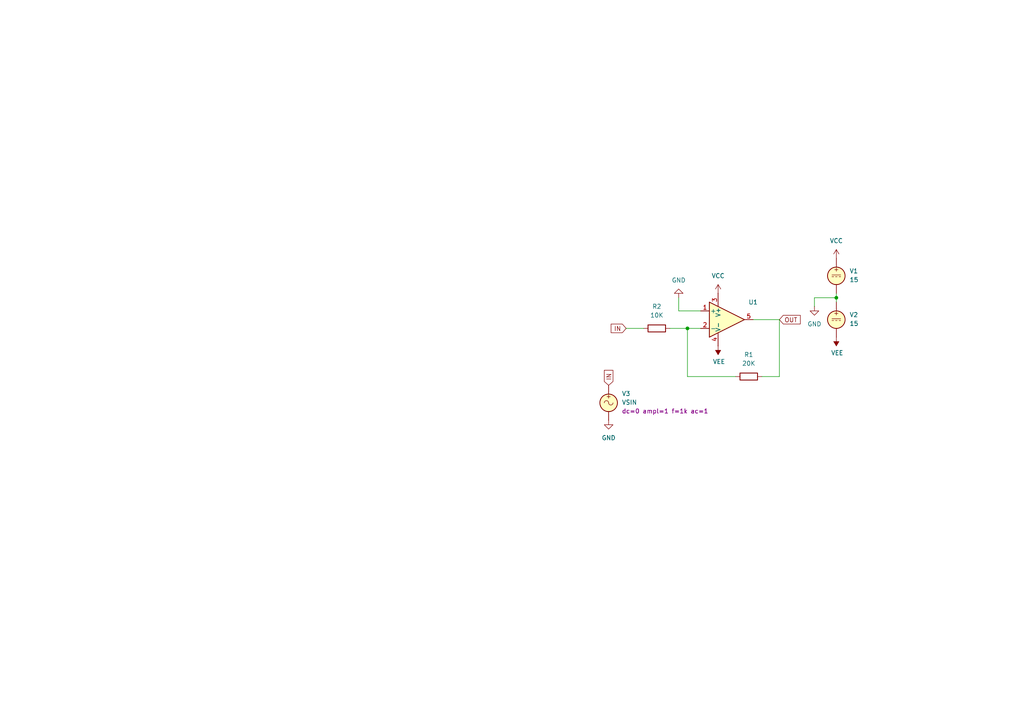
<source format=kicad_sch>
(kicad_sch
	(version 20231120)
	(generator "eeschema")
	(generator_version "8.0")
	(uuid "bff1eba9-31dd-4e80-8902-8fac7db162ef")
	(paper "A4")
	(lib_symbols
		(symbol "Device:R"
			(pin_numbers hide)
			(pin_names
				(offset 0)
			)
			(exclude_from_sim no)
			(in_bom yes)
			(on_board yes)
			(property "Reference" "R"
				(at 2.032 0 90)
				(effects
					(font
						(size 1.27 1.27)
					)
				)
			)
			(property "Value" "R"
				(at 0 0 90)
				(effects
					(font
						(size 1.27 1.27)
					)
				)
			)
			(property "Footprint" ""
				(at -1.778 0 90)
				(effects
					(font
						(size 1.27 1.27)
					)
					(hide yes)
				)
			)
			(property "Datasheet" "~"
				(at 0 0 0)
				(effects
					(font
						(size 1.27 1.27)
					)
					(hide yes)
				)
			)
			(property "Description" "Resistor"
				(at 0 0 0)
				(effects
					(font
						(size 1.27 1.27)
					)
					(hide yes)
				)
			)
			(property "ki_keywords" "R res resistor"
				(at 0 0 0)
				(effects
					(font
						(size 1.27 1.27)
					)
					(hide yes)
				)
			)
			(property "ki_fp_filters" "R_*"
				(at 0 0 0)
				(effects
					(font
						(size 1.27 1.27)
					)
					(hide yes)
				)
			)
			(symbol "R_0_1"
				(rectangle
					(start -1.016 -2.54)
					(end 1.016 2.54)
					(stroke
						(width 0.254)
						(type default)
					)
					(fill
						(type none)
					)
				)
			)
			(symbol "R_1_1"
				(pin passive line
					(at 0 3.81 270)
					(length 1.27)
					(name "~"
						(effects
							(font
								(size 1.27 1.27)
							)
						)
					)
					(number "1"
						(effects
							(font
								(size 1.27 1.27)
							)
						)
					)
				)
				(pin passive line
					(at 0 -3.81 90)
					(length 1.27)
					(name "~"
						(effects
							(font
								(size 1.27 1.27)
							)
						)
					)
					(number "2"
						(effects
							(font
								(size 1.27 1.27)
							)
						)
					)
				)
			)
		)
		(symbol "Simulation_SPICE:OPAMP"
			(pin_names
				(offset 0.254)
			)
			(exclude_from_sim no)
			(in_bom yes)
			(on_board yes)
			(property "Reference" "U"
				(at 3.81 3.175 0)
				(effects
					(font
						(size 1.27 1.27)
					)
					(justify left)
				)
			)
			(property "Value" "${SIM.PARAMS}"
				(at 3.81 -3.175 0)
				(effects
					(font
						(size 1.27 1.27)
					)
					(justify left)
				)
			)
			(property "Footprint" ""
				(at 0 0 0)
				(effects
					(font
						(size 1.27 1.27)
					)
					(hide yes)
				)
			)
			(property "Datasheet" "https://ngspice.sourceforge.io/docs/ngspice-html-manual/manual.xhtml#sec__SUBCKT_Subcircuits"
				(at 0 0 0)
				(effects
					(font
						(size 1.27 1.27)
					)
					(hide yes)
				)
			)
			(property "Description" "Operational amplifier, single, node sequence=1:+ 2:- 3:OUT 4:V+ 5:V-"
				(at 0 0 0)
				(effects
					(font
						(size 1.27 1.27)
					)
					(hide yes)
				)
			)
			(property "Sim.Pins" "1=in+ 2=in- 3=vcc 4=vee 5=out"
				(at 0 0 0)
				(effects
					(font
						(size 1.27 1.27)
					)
					(hide yes)
				)
			)
			(property "Sim.Device" "SUBCKT"
				(at 0 0 0)
				(effects
					(font
						(size 1.27 1.27)
					)
					(justify left)
					(hide yes)
				)
			)
			(property "Sim.Library" "${KICAD8_SYMBOL_DIR}/Simulation_SPICE.sp"
				(at 0 0 0)
				(effects
					(font
						(size 1.27 1.27)
					)
					(hide yes)
				)
			)
			(property "Sim.Name" "kicad_builtin_opamp"
				(at 0 0 0)
				(effects
					(font
						(size 1.27 1.27)
					)
					(hide yes)
				)
			)
			(property "ki_keywords" "simulation"
				(at 0 0 0)
				(effects
					(font
						(size 1.27 1.27)
					)
					(hide yes)
				)
			)
			(symbol "OPAMP_0_1"
				(polyline
					(pts
						(xy 5.08 0) (xy -5.08 5.08) (xy -5.08 -5.08) (xy 5.08 0)
					)
					(stroke
						(width 0.254)
						(type default)
					)
					(fill
						(type background)
					)
				)
			)
			(symbol "OPAMP_1_1"
				(pin input line
					(at -7.62 2.54 0)
					(length 2.54)
					(name "+"
						(effects
							(font
								(size 1.27 1.27)
							)
						)
					)
					(number "1"
						(effects
							(font
								(size 1.27 1.27)
							)
						)
					)
				)
				(pin input line
					(at -7.62 -2.54 0)
					(length 2.54)
					(name "-"
						(effects
							(font
								(size 1.27 1.27)
							)
						)
					)
					(number "2"
						(effects
							(font
								(size 1.27 1.27)
							)
						)
					)
				)
				(pin power_in line
					(at -2.54 7.62 270)
					(length 3.81)
					(name "V+"
						(effects
							(font
								(size 1.27 1.27)
							)
						)
					)
					(number "3"
						(effects
							(font
								(size 1.27 1.27)
							)
						)
					)
				)
				(pin power_in line
					(at -2.54 -7.62 90)
					(length 3.81)
					(name "V-"
						(effects
							(font
								(size 1.27 1.27)
							)
						)
					)
					(number "4"
						(effects
							(font
								(size 1.27 1.27)
							)
						)
					)
				)
				(pin output line
					(at 7.62 0 180)
					(length 2.54)
					(name "~"
						(effects
							(font
								(size 1.27 1.27)
							)
						)
					)
					(number "5"
						(effects
							(font
								(size 1.27 1.27)
							)
						)
					)
				)
			)
		)
		(symbol "Simulation_SPICE:VDC"
			(pin_numbers hide)
			(pin_names
				(offset 0.0254)
			)
			(exclude_from_sim no)
			(in_bom yes)
			(on_board yes)
			(property "Reference" "V"
				(at 2.54 2.54 0)
				(effects
					(font
						(size 1.27 1.27)
					)
					(justify left)
				)
			)
			(property "Value" "1"
				(at 2.54 0 0)
				(effects
					(font
						(size 1.27 1.27)
					)
					(justify left)
				)
			)
			(property "Footprint" ""
				(at 0 0 0)
				(effects
					(font
						(size 1.27 1.27)
					)
					(hide yes)
				)
			)
			(property "Datasheet" "https://ngspice.sourceforge.io/docs/ngspice-html-manual/manual.xhtml#sec_Independent_Sources_for"
				(at 0 0 0)
				(effects
					(font
						(size 1.27 1.27)
					)
					(hide yes)
				)
			)
			(property "Description" "Voltage source, DC"
				(at 0 0 0)
				(effects
					(font
						(size 1.27 1.27)
					)
					(hide yes)
				)
			)
			(property "Sim.Pins" "1=+ 2=-"
				(at 0 0 0)
				(effects
					(font
						(size 1.27 1.27)
					)
					(hide yes)
				)
			)
			(property "Sim.Type" "DC"
				(at 0 0 0)
				(effects
					(font
						(size 1.27 1.27)
					)
					(hide yes)
				)
			)
			(property "Sim.Device" "V"
				(at 0 0 0)
				(effects
					(font
						(size 1.27 1.27)
					)
					(justify left)
					(hide yes)
				)
			)
			(property "ki_keywords" "simulation"
				(at 0 0 0)
				(effects
					(font
						(size 1.27 1.27)
					)
					(hide yes)
				)
			)
			(symbol "VDC_0_0"
				(polyline
					(pts
						(xy -1.27 0.254) (xy 1.27 0.254)
					)
					(stroke
						(width 0)
						(type default)
					)
					(fill
						(type none)
					)
				)
				(polyline
					(pts
						(xy -0.762 -0.254) (xy -1.27 -0.254)
					)
					(stroke
						(width 0)
						(type default)
					)
					(fill
						(type none)
					)
				)
				(polyline
					(pts
						(xy 0.254 -0.254) (xy -0.254 -0.254)
					)
					(stroke
						(width 0)
						(type default)
					)
					(fill
						(type none)
					)
				)
				(polyline
					(pts
						(xy 1.27 -0.254) (xy 0.762 -0.254)
					)
					(stroke
						(width 0)
						(type default)
					)
					(fill
						(type none)
					)
				)
				(text "+"
					(at 0 1.905 0)
					(effects
						(font
							(size 1.27 1.27)
						)
					)
				)
			)
			(symbol "VDC_0_1"
				(circle
					(center 0 0)
					(radius 2.54)
					(stroke
						(width 0.254)
						(type default)
					)
					(fill
						(type background)
					)
				)
			)
			(symbol "VDC_1_1"
				(pin passive line
					(at 0 5.08 270)
					(length 2.54)
					(name "~"
						(effects
							(font
								(size 1.27 1.27)
							)
						)
					)
					(number "1"
						(effects
							(font
								(size 1.27 1.27)
							)
						)
					)
				)
				(pin passive line
					(at 0 -5.08 90)
					(length 2.54)
					(name "~"
						(effects
							(font
								(size 1.27 1.27)
							)
						)
					)
					(number "2"
						(effects
							(font
								(size 1.27 1.27)
							)
						)
					)
				)
			)
		)
		(symbol "Simulation_SPICE:VSIN"
			(pin_numbers hide)
			(pin_names
				(offset 0.0254)
			)
			(exclude_from_sim no)
			(in_bom yes)
			(on_board yes)
			(property "Reference" "V"
				(at 2.54 2.54 0)
				(effects
					(font
						(size 1.27 1.27)
					)
					(justify left)
				)
			)
			(property "Value" "VSIN"
				(at 2.54 0 0)
				(effects
					(font
						(size 1.27 1.27)
					)
					(justify left)
				)
			)
			(property "Footprint" ""
				(at 0 0 0)
				(effects
					(font
						(size 1.27 1.27)
					)
					(hide yes)
				)
			)
			(property "Datasheet" "https://ngspice.sourceforge.io/docs/ngspice-html-manual/manual.xhtml#sec_Independent_Sources_for"
				(at 0 0 0)
				(effects
					(font
						(size 1.27 1.27)
					)
					(hide yes)
				)
			)
			(property "Description" "Voltage source, sinusoidal"
				(at 0 0 0)
				(effects
					(font
						(size 1.27 1.27)
					)
					(hide yes)
				)
			)
			(property "Sim.Pins" "1=+ 2=-"
				(at 0 0 0)
				(effects
					(font
						(size 1.27 1.27)
					)
					(hide yes)
				)
			)
			(property "Sim.Params" "dc=0 ampl=1 f=1k ac=1"
				(at 2.54 -2.54 0)
				(effects
					(font
						(size 1.27 1.27)
					)
					(justify left)
				)
			)
			(property "Sim.Type" "SIN"
				(at 0 0 0)
				(effects
					(font
						(size 1.27 1.27)
					)
					(hide yes)
				)
			)
			(property "Sim.Device" "V"
				(at 0 0 0)
				(effects
					(font
						(size 1.27 1.27)
					)
					(justify left)
					(hide yes)
				)
			)
			(property "ki_keywords" "simulation ac vac"
				(at 0 0 0)
				(effects
					(font
						(size 1.27 1.27)
					)
					(hide yes)
				)
			)
			(symbol "VSIN_0_0"
				(arc
					(start 0 0)
					(mid -0.635 0.6323)
					(end -1.27 0)
					(stroke
						(width 0)
						(type default)
					)
					(fill
						(type none)
					)
				)
				(arc
					(start 0 0)
					(mid 0.635 -0.6323)
					(end 1.27 0)
					(stroke
						(width 0)
						(type default)
					)
					(fill
						(type none)
					)
				)
				(text "+"
					(at 0 1.905 0)
					(effects
						(font
							(size 1.27 1.27)
						)
					)
				)
			)
			(symbol "VSIN_0_1"
				(circle
					(center 0 0)
					(radius 2.54)
					(stroke
						(width 0.254)
						(type default)
					)
					(fill
						(type background)
					)
				)
			)
			(symbol "VSIN_1_1"
				(pin passive line
					(at 0 5.08 270)
					(length 2.54)
					(name "~"
						(effects
							(font
								(size 1.27 1.27)
							)
						)
					)
					(number "1"
						(effects
							(font
								(size 1.27 1.27)
							)
						)
					)
				)
				(pin passive line
					(at 0 -5.08 90)
					(length 2.54)
					(name "~"
						(effects
							(font
								(size 1.27 1.27)
							)
						)
					)
					(number "2"
						(effects
							(font
								(size 1.27 1.27)
							)
						)
					)
				)
			)
		)
		(symbol "power:GND"
			(power)
			(pin_numbers hide)
			(pin_names
				(offset 0) hide)
			(exclude_from_sim no)
			(in_bom yes)
			(on_board yes)
			(property "Reference" "#PWR"
				(at 0 -6.35 0)
				(effects
					(font
						(size 1.27 1.27)
					)
					(hide yes)
				)
			)
			(property "Value" "GND"
				(at 0 -3.81 0)
				(effects
					(font
						(size 1.27 1.27)
					)
				)
			)
			(property "Footprint" ""
				(at 0 0 0)
				(effects
					(font
						(size 1.27 1.27)
					)
					(hide yes)
				)
			)
			(property "Datasheet" ""
				(at 0 0 0)
				(effects
					(font
						(size 1.27 1.27)
					)
					(hide yes)
				)
			)
			(property "Description" "Power symbol creates a global label with name \"GND\" , ground"
				(at 0 0 0)
				(effects
					(font
						(size 1.27 1.27)
					)
					(hide yes)
				)
			)
			(property "ki_keywords" "global power"
				(at 0 0 0)
				(effects
					(font
						(size 1.27 1.27)
					)
					(hide yes)
				)
			)
			(symbol "GND_0_1"
				(polyline
					(pts
						(xy 0 0) (xy 0 -1.27) (xy 1.27 -1.27) (xy 0 -2.54) (xy -1.27 -1.27) (xy 0 -1.27)
					)
					(stroke
						(width 0)
						(type default)
					)
					(fill
						(type none)
					)
				)
			)
			(symbol "GND_1_1"
				(pin power_in line
					(at 0 0 270)
					(length 0)
					(name "~"
						(effects
							(font
								(size 1.27 1.27)
							)
						)
					)
					(number "1"
						(effects
							(font
								(size 1.27 1.27)
							)
						)
					)
				)
			)
		)
		(symbol "power:VCC"
			(power)
			(pin_numbers hide)
			(pin_names
				(offset 0) hide)
			(exclude_from_sim no)
			(in_bom yes)
			(on_board yes)
			(property "Reference" "#PWR"
				(at 0 -3.81 0)
				(effects
					(font
						(size 1.27 1.27)
					)
					(hide yes)
				)
			)
			(property "Value" "VCC"
				(at 0 3.556 0)
				(effects
					(font
						(size 1.27 1.27)
					)
				)
			)
			(property "Footprint" ""
				(at 0 0 0)
				(effects
					(font
						(size 1.27 1.27)
					)
					(hide yes)
				)
			)
			(property "Datasheet" ""
				(at 0 0 0)
				(effects
					(font
						(size 1.27 1.27)
					)
					(hide yes)
				)
			)
			(property "Description" "Power symbol creates a global label with name \"VCC\""
				(at 0 0 0)
				(effects
					(font
						(size 1.27 1.27)
					)
					(hide yes)
				)
			)
			(property "ki_keywords" "global power"
				(at 0 0 0)
				(effects
					(font
						(size 1.27 1.27)
					)
					(hide yes)
				)
			)
			(symbol "VCC_0_1"
				(polyline
					(pts
						(xy -0.762 1.27) (xy 0 2.54)
					)
					(stroke
						(width 0)
						(type default)
					)
					(fill
						(type none)
					)
				)
				(polyline
					(pts
						(xy 0 0) (xy 0 2.54)
					)
					(stroke
						(width 0)
						(type default)
					)
					(fill
						(type none)
					)
				)
				(polyline
					(pts
						(xy 0 2.54) (xy 0.762 1.27)
					)
					(stroke
						(width 0)
						(type default)
					)
					(fill
						(type none)
					)
				)
			)
			(symbol "VCC_1_1"
				(pin power_in line
					(at 0 0 90)
					(length 0)
					(name "~"
						(effects
							(font
								(size 1.27 1.27)
							)
						)
					)
					(number "1"
						(effects
							(font
								(size 1.27 1.27)
							)
						)
					)
				)
			)
		)
		(symbol "power:VEE"
			(power)
			(pin_numbers hide)
			(pin_names
				(offset 0) hide)
			(exclude_from_sim no)
			(in_bom yes)
			(on_board yes)
			(property "Reference" "#PWR"
				(at 0 -3.81 0)
				(effects
					(font
						(size 1.27 1.27)
					)
					(hide yes)
				)
			)
			(property "Value" "VEE"
				(at 0 3.556 0)
				(effects
					(font
						(size 1.27 1.27)
					)
				)
			)
			(property "Footprint" ""
				(at 0 0 0)
				(effects
					(font
						(size 1.27 1.27)
					)
					(hide yes)
				)
			)
			(property "Datasheet" ""
				(at 0 0 0)
				(effects
					(font
						(size 1.27 1.27)
					)
					(hide yes)
				)
			)
			(property "Description" "Power symbol creates a global label with name \"VEE\""
				(at 0 0 0)
				(effects
					(font
						(size 1.27 1.27)
					)
					(hide yes)
				)
			)
			(property "ki_keywords" "global power"
				(at 0 0 0)
				(effects
					(font
						(size 1.27 1.27)
					)
					(hide yes)
				)
			)
			(symbol "VEE_0_1"
				(polyline
					(pts
						(xy 0 0) (xy 0 2.54)
					)
					(stroke
						(width 0)
						(type default)
					)
					(fill
						(type none)
					)
				)
				(polyline
					(pts
						(xy 0.762 1.27) (xy -0.762 1.27) (xy 0 2.54) (xy 0.762 1.27)
					)
					(stroke
						(width 0)
						(type default)
					)
					(fill
						(type outline)
					)
				)
			)
			(symbol "VEE_1_1"
				(pin power_in line
					(at 0 0 90)
					(length 0)
					(name "~"
						(effects
							(font
								(size 1.27 1.27)
							)
						)
					)
					(number "1"
						(effects
							(font
								(size 1.27 1.27)
							)
						)
					)
				)
			)
		)
	)
	(junction
		(at 199.39 95.25)
		(diameter 0)
		(color 0 0 0 0)
		(uuid "16641138-3bc9-45c2-adaf-888ed99581c2")
	)
	(junction
		(at 242.57 86.36)
		(diameter 0)
		(color 0 0 0 0)
		(uuid "defeef40-b524-45a1-9daf-87191d17cc0e")
	)
	(wire
		(pts
			(xy 242.57 85.09) (xy 242.57 86.36)
		)
		(stroke
			(width 0)
			(type default)
		)
		(uuid "0b5f616e-d90c-4ba1-a1f7-a779e15387b8")
	)
	(wire
		(pts
			(xy 226.06 109.22) (xy 226.06 92.71)
		)
		(stroke
			(width 0)
			(type default)
		)
		(uuid "16e0e5db-2a39-463c-b20d-47580391ec8b")
	)
	(wire
		(pts
			(xy 203.2 90.17) (xy 196.85 90.17)
		)
		(stroke
			(width 0)
			(type default)
		)
		(uuid "3970e543-6bb2-43f1-937e-0a6bcb6ea002")
	)
	(wire
		(pts
			(xy 220.98 109.22) (xy 226.06 109.22)
		)
		(stroke
			(width 0)
			(type default)
		)
		(uuid "436316f0-1ece-4556-a9f9-e974318195cd")
	)
	(wire
		(pts
			(xy 226.06 92.71) (xy 218.44 92.71)
		)
		(stroke
			(width 0)
			(type default)
		)
		(uuid "53c1bac6-08cc-44e0-8852-b42bbafaee8b")
	)
	(wire
		(pts
			(xy 236.22 86.36) (xy 242.57 86.36)
		)
		(stroke
			(width 0)
			(type default)
		)
		(uuid "5dc7c494-99ab-4281-8763-a62477880d83")
	)
	(wire
		(pts
			(xy 199.39 95.25) (xy 203.2 95.25)
		)
		(stroke
			(width 0)
			(type default)
		)
		(uuid "8977c737-c97a-4be8-aef1-c67c9a2148e3")
	)
	(wire
		(pts
			(xy 199.39 109.22) (xy 213.36 109.22)
		)
		(stroke
			(width 0)
			(type default)
		)
		(uuid "8ba121c3-face-4acf-8643-678b2b08cf05")
	)
	(wire
		(pts
			(xy 242.57 86.36) (xy 242.57 87.63)
		)
		(stroke
			(width 0)
			(type default)
		)
		(uuid "9914610d-6613-4d5a-8a4e-fcff4d3d2e65")
	)
	(wire
		(pts
			(xy 181.61 95.25) (xy 186.69 95.25)
		)
		(stroke
			(width 0)
			(type default)
		)
		(uuid "a0b9d5e7-1577-4cb4-982f-c7d1dd9fa91a")
	)
	(wire
		(pts
			(xy 194.31 95.25) (xy 199.39 95.25)
		)
		(stroke
			(width 0)
			(type default)
		)
		(uuid "cdcc4e12-a3de-46b9-8959-8c2080592c0c")
	)
	(wire
		(pts
			(xy 199.39 95.25) (xy 199.39 109.22)
		)
		(stroke
			(width 0)
			(type default)
		)
		(uuid "d380a8d9-1084-4aed-9ec0-03df888bcec2")
	)
	(wire
		(pts
			(xy 236.22 88.9) (xy 236.22 86.36)
		)
		(stroke
			(width 0)
			(type default)
		)
		(uuid "e8e32152-a3a7-4b9f-9a39-a5376790222f")
	)
	(wire
		(pts
			(xy 196.85 90.17) (xy 196.85 86.36)
		)
		(stroke
			(width 0)
			(type default)
		)
		(uuid "fd2bba51-4fd5-41ea-89ea-e4612bc9b66d")
	)
	(global_label "OUT"
		(shape input)
		(at 226.06 92.71 0)
		(fields_autoplaced yes)
		(effects
			(font
				(size 1.27 1.27)
			)
			(justify left)
		)
		(uuid "a5b8d1c8-d64f-4170-9816-29a1fe896ca6")
		(property "Intersheetrefs" "${INTERSHEET_REFS}"
			(at 232.6738 92.71 0)
			(effects
				(font
					(size 1.27 1.27)
				)
				(justify left)
				(hide yes)
			)
		)
	)
	(global_label "IN"
		(shape input)
		(at 181.61 95.25 180)
		(fields_autoplaced yes)
		(effects
			(font
				(size 1.27 1.27)
			)
			(justify right)
		)
		(uuid "ff73d5a2-45e4-4b50-9da0-01585e26dc2f")
		(property "Intersheetrefs" "${INTERSHEET_REFS}"
			(at 176.6895 95.25 0)
			(effects
				(font
					(size 1.27 1.27)
				)
				(justify right)
				(hide yes)
			)
		)
	)
	(global_label "IN"
		(shape input)
		(at 176.53 111.76 90)
		(fields_autoplaced yes)
		(effects
			(font
				(size 1.27 1.27)
			)
			(justify left)
		)
		(uuid "ff7e8680-50f1-481c-b4a8-907a50d724de")
		(property "Intersheetrefs" "${INTERSHEET_REFS}"
			(at 176.53 106.8395 90)
			(effects
				(font
					(size 1.27 1.27)
				)
				(justify left)
				(hide yes)
			)
		)
	)
	(symbol
		(lib_id "Device:R")
		(at 217.17 109.22 90)
		(unit 1)
		(exclude_from_sim no)
		(in_bom yes)
		(on_board yes)
		(dnp no)
		(fields_autoplaced yes)
		(uuid "2bea85db-a72d-4dc2-b982-c9ead93fefda")
		(property "Reference" "R1"
			(at 217.17 102.87 90)
			(effects
				(font
					(size 1.27 1.27)
				)
			)
		)
		(property "Value" "20K"
			(at 217.17 105.41 90)
			(effects
				(font
					(size 1.27 1.27)
				)
			)
		)
		(property "Footprint" ""
			(at 217.17 110.998 90)
			(effects
				(font
					(size 1.27 1.27)
				)
				(hide yes)
			)
		)
		(property "Datasheet" "~"
			(at 217.17 109.22 0)
			(effects
				(font
					(size 1.27 1.27)
				)
				(hide yes)
			)
		)
		(property "Description" "Resistor"
			(at 217.17 109.22 0)
			(effects
				(font
					(size 1.27 1.27)
				)
				(hide yes)
			)
		)
		(pin "2"
			(uuid "2b7df3df-ac86-4220-a975-1ca3541ab2b3")
		)
		(pin "1"
			(uuid "b7880a39-75ba-419e-9296-7d5b2fefd386")
		)
		(instances
			(project ""
				(path "/bff1eba9-31dd-4e80-8902-8fac7db162ef"
					(reference "R1")
					(unit 1)
				)
			)
		)
	)
	(symbol
		(lib_id "power:GND")
		(at 176.53 121.92 0)
		(unit 1)
		(exclude_from_sim no)
		(in_bom yes)
		(on_board yes)
		(dnp no)
		(fields_autoplaced yes)
		(uuid "2d6795e9-1d5e-445a-b86a-86c99e8ba3d2")
		(property "Reference" "#PWR07"
			(at 176.53 128.27 0)
			(effects
				(font
					(size 1.27 1.27)
				)
				(hide yes)
			)
		)
		(property "Value" "GND"
			(at 176.53 127 0)
			(effects
				(font
					(size 1.27 1.27)
				)
			)
		)
		(property "Footprint" ""
			(at 176.53 121.92 0)
			(effects
				(font
					(size 1.27 1.27)
				)
				(hide yes)
			)
		)
		(property "Datasheet" ""
			(at 176.53 121.92 0)
			(effects
				(font
					(size 1.27 1.27)
				)
				(hide yes)
			)
		)
		(property "Description" "Power symbol creates a global label with name \"GND\" , ground"
			(at 176.53 121.92 0)
			(effects
				(font
					(size 1.27 1.27)
				)
				(hide yes)
			)
		)
		(pin "1"
			(uuid "211ef604-9a76-40c4-a7e5-69b02b6040e1")
		)
		(instances
			(project "M4"
				(path "/bff1eba9-31dd-4e80-8902-8fac7db162ef"
					(reference "#PWR07")
					(unit 1)
				)
			)
		)
	)
	(symbol
		(lib_id "Device:R")
		(at 190.5 95.25 90)
		(unit 1)
		(exclude_from_sim no)
		(in_bom yes)
		(on_board yes)
		(dnp no)
		(fields_autoplaced yes)
		(uuid "2f0d0854-4dd0-45bb-a3d2-deb17b8ad408")
		(property "Reference" "R2"
			(at 190.5 88.9 90)
			(effects
				(font
					(size 1.27 1.27)
				)
			)
		)
		(property "Value" "10K"
			(at 190.5 91.44 90)
			(effects
				(font
					(size 1.27 1.27)
				)
			)
		)
		(property "Footprint" ""
			(at 190.5 97.028 90)
			(effects
				(font
					(size 1.27 1.27)
				)
				(hide yes)
			)
		)
		(property "Datasheet" "~"
			(at 190.5 95.25 0)
			(effects
				(font
					(size 1.27 1.27)
				)
				(hide yes)
			)
		)
		(property "Description" "Resistor"
			(at 190.5 95.25 0)
			(effects
				(font
					(size 1.27 1.27)
				)
				(hide yes)
			)
		)
		(pin "2"
			(uuid "5ba11c18-f9f3-4211-851a-eb99f59447e2")
		)
		(pin "1"
			(uuid "a622ee3b-a706-46dc-a0b6-326be19ddd08")
		)
		(instances
			(project ""
				(path "/bff1eba9-31dd-4e80-8902-8fac7db162ef"
					(reference "R2")
					(unit 1)
				)
			)
		)
	)
	(symbol
		(lib_id "Simulation_SPICE:OPAMP")
		(at 210.82 92.71 0)
		(unit 1)
		(exclude_from_sim no)
		(in_bom yes)
		(on_board yes)
		(dnp no)
		(fields_autoplaced yes)
		(uuid "460cb6d3-6b82-4d6d-954c-fa2939d78489")
		(property "Reference" "U1"
			(at 218.44 87.6614 0)
			(effects
				(font
					(size 1.27 1.27)
				)
			)
		)
		(property "Value" "${SIM.PARAMS}"
			(at 218.44 89.5665 0)
			(effects
				(font
					(size 1.27 1.27)
				)
			)
		)
		(property "Footprint" ""
			(at 210.82 92.71 0)
			(effects
				(font
					(size 1.27 1.27)
				)
				(hide yes)
			)
		)
		(property "Datasheet" "https://ngspice.sourceforge.io/docs/ngspice-html-manual/manual.xhtml#sec__SUBCKT_Subcircuits"
			(at 210.82 92.71 0)
			(effects
				(font
					(size 1.27 1.27)
				)
				(hide yes)
			)
		)
		(property "Description" "Operational amplifier, single, node sequence=1:+ 2:- 3:OUT 4:V+ 5:V-"
			(at 210.82 92.71 0)
			(effects
				(font
					(size 1.27 1.27)
				)
				(hide yes)
			)
		)
		(property "Sim.Pins" "1=in+ 2=in- 3=vcc 4=vee 5=out"
			(at 210.82 92.71 0)
			(effects
				(font
					(size 1.27 1.27)
				)
				(hide yes)
			)
		)
		(property "Sim.Device" "SUBCKT"
			(at 210.82 92.71 0)
			(effects
				(font
					(size 1.27 1.27)
				)
				(justify left)
				(hide yes)
			)
		)
		(property "Sim.Library" "${KICAD8_SYMBOL_DIR}/Simulation_SPICE.sp"
			(at 210.82 92.71 0)
			(effects
				(font
					(size 1.27 1.27)
				)
				(hide yes)
			)
		)
		(property "Sim.Name" "kicad_builtin_opamp"
			(at 210.82 92.71 0)
			(effects
				(font
					(size 1.27 1.27)
				)
				(hide yes)
			)
		)
		(pin "4"
			(uuid "643259f2-beaa-47e4-adc7-43369ac08c3a")
		)
		(pin "5"
			(uuid "960386f3-8906-4f5e-af37-d516a98461d7")
		)
		(pin "2"
			(uuid "fcbada3d-1223-4f6d-9d00-547b880ca555")
		)
		(pin "1"
			(uuid "1f339181-799f-40c1-bd99-1d4b65afdc7b")
		)
		(pin "3"
			(uuid "58a3740d-2231-4a04-ae95-b12012e7119b")
		)
		(instances
			(project ""
				(path "/bff1eba9-31dd-4e80-8902-8fac7db162ef"
					(reference "U1")
					(unit 1)
				)
			)
		)
	)
	(symbol
		(lib_id "Simulation_SPICE:VSIN")
		(at 176.53 116.84 0)
		(unit 1)
		(exclude_from_sim no)
		(in_bom yes)
		(on_board yes)
		(dnp no)
		(fields_autoplaced yes)
		(uuid "594d8f1f-4d67-4fa6-b131-94a3457cb8b7")
		(property "Reference" "V3"
			(at 180.34 114.1701 0)
			(effects
				(font
					(size 1.27 1.27)
				)
				(justify left)
			)
		)
		(property "Value" "VSIN"
			(at 180.34 116.7101 0)
			(effects
				(font
					(size 1.27 1.27)
				)
				(justify left)
			)
		)
		(property "Footprint" ""
			(at 176.53 116.84 0)
			(effects
				(font
					(size 1.27 1.27)
				)
				(hide yes)
			)
		)
		(property "Datasheet" "https://ngspice.sourceforge.io/docs/ngspice-html-manual/manual.xhtml#sec_Independent_Sources_for"
			(at 176.53 116.84 0)
			(effects
				(font
					(size 1.27 1.27)
				)
				(hide yes)
			)
		)
		(property "Description" "Voltage source, sinusoidal"
			(at 176.53 116.84 0)
			(effects
				(font
					(size 1.27 1.27)
				)
				(hide yes)
			)
		)
		(property "Sim.Pins" "1=+ 2=-"
			(at 176.53 116.84 0)
			(effects
				(font
					(size 1.27 1.27)
				)
				(hide yes)
			)
		)
		(property "Sim.Params" "dc=0 ampl=1 f=1k ac=1"
			(at 180.34 119.2501 0)
			(effects
				(font
					(size 1.27 1.27)
				)
				(justify left)
			)
		)
		(property "Sim.Type" "SIN"
			(at 176.53 116.84 0)
			(effects
				(font
					(size 1.27 1.27)
				)
				(hide yes)
			)
		)
		(property "Sim.Device" "V"
			(at 176.53 116.84 0)
			(effects
				(font
					(size 1.27 1.27)
				)
				(justify left)
				(hide yes)
			)
		)
		(pin "1"
			(uuid "c9212010-4a1c-4f69-a469-074fd112852d")
		)
		(pin "2"
			(uuid "a4b44e86-46ae-4631-b867-c5a3219674da")
		)
		(instances
			(project ""
				(path "/bff1eba9-31dd-4e80-8902-8fac7db162ef"
					(reference "V3")
					(unit 1)
				)
			)
		)
	)
	(symbol
		(lib_id "power:GND")
		(at 236.22 88.9 0)
		(unit 1)
		(exclude_from_sim no)
		(in_bom yes)
		(on_board yes)
		(dnp no)
		(fields_autoplaced yes)
		(uuid "6d4ac0e5-37d3-41ef-92c6-b4ea84a8bac7")
		(property "Reference" "#PWR06"
			(at 236.22 95.25 0)
			(effects
				(font
					(size 1.27 1.27)
				)
				(hide yes)
			)
		)
		(property "Value" "GND"
			(at 236.22 93.98 0)
			(effects
				(font
					(size 1.27 1.27)
				)
			)
		)
		(property "Footprint" ""
			(at 236.22 88.9 0)
			(effects
				(font
					(size 1.27 1.27)
				)
				(hide yes)
			)
		)
		(property "Datasheet" ""
			(at 236.22 88.9 0)
			(effects
				(font
					(size 1.27 1.27)
				)
				(hide yes)
			)
		)
		(property "Description" "Power symbol creates a global label with name \"GND\" , ground"
			(at 236.22 88.9 0)
			(effects
				(font
					(size 1.27 1.27)
				)
				(hide yes)
			)
		)
		(pin "1"
			(uuid "30d73b3b-4279-4cfd-a4f7-9187e53c8982")
		)
		(instances
			(project ""
				(path "/bff1eba9-31dd-4e80-8902-8fac7db162ef"
					(reference "#PWR06")
					(unit 1)
				)
			)
		)
	)
	(symbol
		(lib_id "Simulation_SPICE:VDC")
		(at 242.57 92.71 0)
		(unit 1)
		(exclude_from_sim no)
		(in_bom yes)
		(on_board yes)
		(dnp no)
		(fields_autoplaced yes)
		(uuid "711f6d54-67f1-4955-88e1-459d02036657")
		(property "Reference" "V2"
			(at 246.38 91.3101 0)
			(effects
				(font
					(size 1.27 1.27)
				)
				(justify left)
			)
		)
		(property "Value" "15"
			(at 246.38 93.8501 0)
			(effects
				(font
					(size 1.27 1.27)
				)
				(justify left)
			)
		)
		(property "Footprint" ""
			(at 242.57 92.71 0)
			(effects
				(font
					(size 1.27 1.27)
				)
				(hide yes)
			)
		)
		(property "Datasheet" "https://ngspice.sourceforge.io/docs/ngspice-html-manual/manual.xhtml#sec_Independent_Sources_for"
			(at 242.57 92.71 0)
			(effects
				(font
					(size 1.27 1.27)
				)
				(hide yes)
			)
		)
		(property "Description" "Voltage source, DC"
			(at 242.57 92.71 0)
			(effects
				(font
					(size 1.27 1.27)
				)
				(hide yes)
			)
		)
		(property "Sim.Pins" "1=+ 2=-"
			(at 242.57 92.71 0)
			(effects
				(font
					(size 1.27 1.27)
				)
				(hide yes)
			)
		)
		(property "Sim.Type" "DC"
			(at 242.57 92.71 0)
			(effects
				(font
					(size 1.27 1.27)
				)
				(hide yes)
			)
		)
		(property "Sim.Device" "V"
			(at 242.57 92.71 0)
			(effects
				(font
					(size 1.27 1.27)
				)
				(justify left)
				(hide yes)
			)
		)
		(pin "1"
			(uuid "e08286e6-0123-45f9-8a85-a5d980294088")
		)
		(pin "2"
			(uuid "a2102496-851b-43c3-ab44-b2e03fc93abe")
		)
		(instances
			(project "M4"
				(path "/bff1eba9-31dd-4e80-8902-8fac7db162ef"
					(reference "V2")
					(unit 1)
				)
			)
		)
	)
	(symbol
		(lib_id "Simulation_SPICE:VDC")
		(at 242.57 80.01 0)
		(unit 1)
		(exclude_from_sim no)
		(in_bom yes)
		(on_board yes)
		(dnp no)
		(fields_autoplaced yes)
		(uuid "9805ae97-5c97-4b39-a6b2-ee35ffb6caf8")
		(property "Reference" "V1"
			(at 246.38 78.6101 0)
			(effects
				(font
					(size 1.27 1.27)
				)
				(justify left)
			)
		)
		(property "Value" "15"
			(at 246.38 81.1501 0)
			(effects
				(font
					(size 1.27 1.27)
				)
				(justify left)
			)
		)
		(property "Footprint" ""
			(at 242.57 80.01 0)
			(effects
				(font
					(size 1.27 1.27)
				)
				(hide yes)
			)
		)
		(property "Datasheet" "https://ngspice.sourceforge.io/docs/ngspice-html-manual/manual.xhtml#sec_Independent_Sources_for"
			(at 242.57 80.01 0)
			(effects
				(font
					(size 1.27 1.27)
				)
				(hide yes)
			)
		)
		(property "Description" "Voltage source, DC"
			(at 242.57 80.01 0)
			(effects
				(font
					(size 1.27 1.27)
				)
				(hide yes)
			)
		)
		(property "Sim.Pins" "1=+ 2=-"
			(at 242.57 80.01 0)
			(effects
				(font
					(size 1.27 1.27)
				)
				(hide yes)
			)
		)
		(property "Sim.Type" "DC"
			(at 242.57 80.01 0)
			(effects
				(font
					(size 1.27 1.27)
				)
				(hide yes)
			)
		)
		(property "Sim.Device" "V"
			(at 242.57 80.01 0)
			(effects
				(font
					(size 1.27 1.27)
				)
				(justify left)
				(hide yes)
			)
		)
		(pin "1"
			(uuid "8cce9010-8296-499f-8702-e276e663c7e2")
		)
		(pin "2"
			(uuid "b5b2fd1e-c8b2-45dd-ac37-196b9317c1dd")
		)
		(instances
			(project ""
				(path "/bff1eba9-31dd-4e80-8902-8fac7db162ef"
					(reference "V1")
					(unit 1)
				)
			)
		)
	)
	(symbol
		(lib_id "power:VEE")
		(at 242.57 97.79 180)
		(unit 1)
		(exclude_from_sim no)
		(in_bom yes)
		(on_board yes)
		(dnp no)
		(uuid "9ed4d2ec-8573-45ef-a0b8-142c907d58a3")
		(property "Reference" "#PWR05"
			(at 242.57 93.98 0)
			(effects
				(font
					(size 1.27 1.27)
				)
				(hide yes)
			)
		)
		(property "Value" "VEE"
			(at 242.824 102.362 0)
			(effects
				(font
					(size 1.27 1.27)
				)
			)
		)
		(property "Footprint" ""
			(at 242.57 97.79 0)
			(effects
				(font
					(size 1.27 1.27)
				)
				(hide yes)
			)
		)
		(property "Datasheet" ""
			(at 242.57 97.79 0)
			(effects
				(font
					(size 1.27 1.27)
				)
				(hide yes)
			)
		)
		(property "Description" "Power symbol creates a global label with name \"VEE\""
			(at 242.57 97.79 0)
			(effects
				(font
					(size 1.27 1.27)
				)
				(hide yes)
			)
		)
		(pin "1"
			(uuid "d617de8f-2dcf-4304-9a91-348b08819d48")
		)
		(instances
			(project "M4"
				(path "/bff1eba9-31dd-4e80-8902-8fac7db162ef"
					(reference "#PWR05")
					(unit 1)
				)
			)
		)
	)
	(symbol
		(lib_id "power:VCC")
		(at 242.57 74.93 0)
		(unit 1)
		(exclude_from_sim no)
		(in_bom yes)
		(on_board yes)
		(dnp no)
		(fields_autoplaced yes)
		(uuid "b2c8ed12-598d-49f6-9b97-0d42479546ce")
		(property "Reference" "#PWR04"
			(at 242.57 78.74 0)
			(effects
				(font
					(size 1.27 1.27)
				)
				(hide yes)
			)
		)
		(property "Value" "VCC"
			(at 242.57 69.85 0)
			(effects
				(font
					(size 1.27 1.27)
				)
			)
		)
		(property "Footprint" ""
			(at 242.57 74.93 0)
			(effects
				(font
					(size 1.27 1.27)
				)
				(hide yes)
			)
		)
		(property "Datasheet" ""
			(at 242.57 74.93 0)
			(effects
				(font
					(size 1.27 1.27)
				)
				(hide yes)
			)
		)
		(property "Description" "Power symbol creates a global label with name \"VCC\""
			(at 242.57 74.93 0)
			(effects
				(font
					(size 1.27 1.27)
				)
				(hide yes)
			)
		)
		(pin "1"
			(uuid "f9c8b342-3a67-4342-81dc-2b0f271fffdc")
		)
		(instances
			(project "M4"
				(path "/bff1eba9-31dd-4e80-8902-8fac7db162ef"
					(reference "#PWR04")
					(unit 1)
				)
			)
		)
	)
	(symbol
		(lib_id "power:VCC")
		(at 208.28 85.09 0)
		(unit 1)
		(exclude_from_sim no)
		(in_bom yes)
		(on_board yes)
		(dnp no)
		(fields_autoplaced yes)
		(uuid "bca087cd-d1c9-406c-aa31-af728117b77f")
		(property "Reference" "#PWR02"
			(at 208.28 88.9 0)
			(effects
				(font
					(size 1.27 1.27)
				)
				(hide yes)
			)
		)
		(property "Value" "VCC"
			(at 208.28 80.01 0)
			(effects
				(font
					(size 1.27 1.27)
				)
			)
		)
		(property "Footprint" ""
			(at 208.28 85.09 0)
			(effects
				(font
					(size 1.27 1.27)
				)
				(hide yes)
			)
		)
		(property "Datasheet" ""
			(at 208.28 85.09 0)
			(effects
				(font
					(size 1.27 1.27)
				)
				(hide yes)
			)
		)
		(property "Description" "Power symbol creates a global label with name \"VCC\""
			(at 208.28 85.09 0)
			(effects
				(font
					(size 1.27 1.27)
				)
				(hide yes)
			)
		)
		(pin "1"
			(uuid "44852ea8-5a6b-4b39-a98a-79425e92c851")
		)
		(instances
			(project ""
				(path "/bff1eba9-31dd-4e80-8902-8fac7db162ef"
					(reference "#PWR02")
					(unit 1)
				)
			)
		)
	)
	(symbol
		(lib_id "power:VEE")
		(at 208.28 100.33 180)
		(unit 1)
		(exclude_from_sim no)
		(in_bom yes)
		(on_board yes)
		(dnp no)
		(uuid "c45ee3a8-6812-4acd-a648-386ecbe36a89")
		(property "Reference" "#PWR03"
			(at 208.28 96.52 0)
			(effects
				(font
					(size 1.27 1.27)
				)
				(hide yes)
			)
		)
		(property "Value" "VEE"
			(at 208.534 104.902 0)
			(effects
				(font
					(size 1.27 1.27)
				)
			)
		)
		(property "Footprint" ""
			(at 208.28 100.33 0)
			(effects
				(font
					(size 1.27 1.27)
				)
				(hide yes)
			)
		)
		(property "Datasheet" ""
			(at 208.28 100.33 0)
			(effects
				(font
					(size 1.27 1.27)
				)
				(hide yes)
			)
		)
		(property "Description" "Power symbol creates a global label with name \"VEE\""
			(at 208.28 100.33 0)
			(effects
				(font
					(size 1.27 1.27)
				)
				(hide yes)
			)
		)
		(pin "1"
			(uuid "a1e78ed2-9d6c-4a4b-939c-f983d0f9ae77")
		)
		(instances
			(project ""
				(path "/bff1eba9-31dd-4e80-8902-8fac7db162ef"
					(reference "#PWR03")
					(unit 1)
				)
			)
		)
	)
	(symbol
		(lib_id "power:GND")
		(at 196.85 86.36 180)
		(unit 1)
		(exclude_from_sim no)
		(in_bom yes)
		(on_board yes)
		(dnp no)
		(fields_autoplaced yes)
		(uuid "d0765c2b-3312-495c-a4e4-ab79ed6947a4")
		(property "Reference" "#PWR01"
			(at 196.85 80.01 0)
			(effects
				(font
					(size 1.27 1.27)
				)
				(hide yes)
			)
		)
		(property "Value" "GND"
			(at 196.85 81.28 0)
			(effects
				(font
					(size 1.27 1.27)
				)
			)
		)
		(property "Footprint" ""
			(at 196.85 86.36 0)
			(effects
				(font
					(size 1.27 1.27)
				)
				(hide yes)
			)
		)
		(property "Datasheet" ""
			(at 196.85 86.36 0)
			(effects
				(font
					(size 1.27 1.27)
				)
				(hide yes)
			)
		)
		(property "Description" "Power symbol creates a global label with name \"GND\" , ground"
			(at 196.85 86.36 0)
			(effects
				(font
					(size 1.27 1.27)
				)
				(hide yes)
			)
		)
		(pin "1"
			(uuid "5349d609-0dd4-41aa-a58a-4f34521769af")
		)
		(instances
			(project ""
				(path "/bff1eba9-31dd-4e80-8902-8fac7db162ef"
					(reference "#PWR01")
					(unit 1)
				)
			)
		)
	)
	(sheet_instances
		(path "/"
			(page "1")
		)
	)
)

</source>
